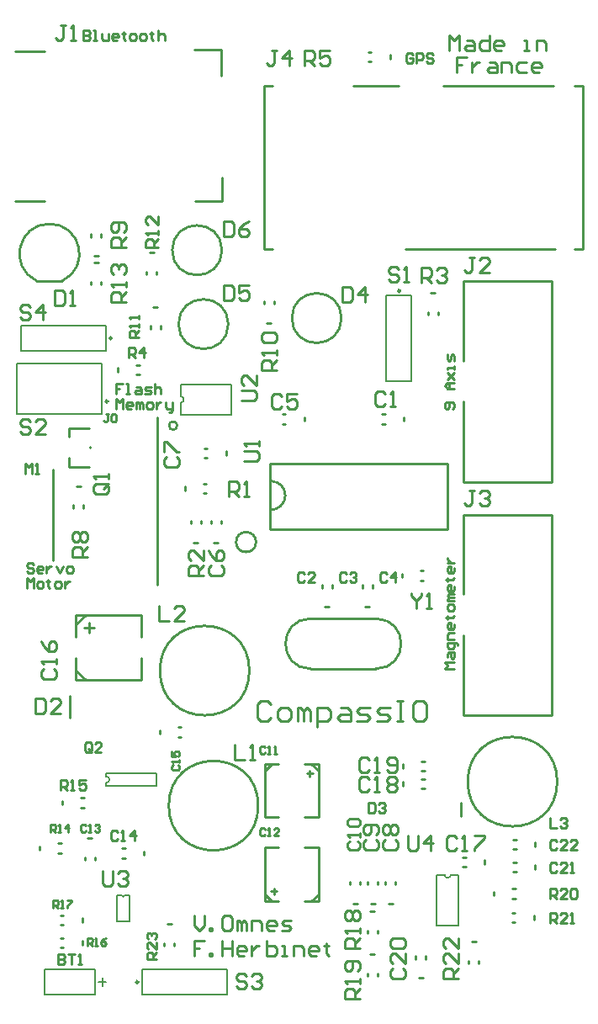
<source format=gto>
%FSLAX44Y44*%
%MOMM*%
G71*
G01*
G75*
%ADD10R,2.1590X2.7430*%
%ADD11R,3.5000X1.0000*%
%ADD12R,2.5000X1.7000*%
%ADD13R,1.6000X3.0000*%
%ADD14R,1.2500X1.2500*%
%ADD15O,0.7200X1.7800*%
%ADD16R,0.7200X1.7800*%
%ADD17R,1.2500X1.2500*%
%ADD18R,1.4500X0.4000*%
%ADD19O,1.4500X0.4000*%
%ADD20R,1.4000X1.0000*%
%ADD21R,0.6000X1.5000*%
%ADD22R,0.6000X2.0000*%
%ADD23R,0.9000X2.0000*%
%ADD24R,2.0000X0.7000*%
%ADD25R,2.0000X0.8000*%
%ADD26R,1.0000X2.0000*%
G04:AMPARAMS|DCode=27|XSize=2mm|YSize=1mm|CornerRadius=0.25mm|HoleSize=0mm|Usage=FLASHONLY|Rotation=90.000|XOffset=0mm|YOffset=0mm|HoleType=Round|Shape=RoundedRectangle|*
%AMROUNDEDRECTD27*
21,1,2.0000,0.5000,0,0,90.0*
21,1,1.5000,1.0000,0,0,90.0*
1,1,0.5000,0.2500,0.7500*
1,1,0.5000,0.2500,-0.7500*
1,1,0.5000,-0.2500,-0.7500*
1,1,0.5000,-0.2500,0.7500*
%
%ADD27ROUNDEDRECTD27*%
%ADD28R,1.5500X0.6000*%
%ADD29O,1.5500X0.6000*%
%ADD30C,0.7000*%
%ADD31C,1.0000*%
%ADD32C,1.5000*%
%ADD33C,0.3000*%
%ADD34C,0.5000*%
%ADD35C,0.4000*%
%ADD36R,1.5240X1.5240*%
%ADD37C,1.5240*%
%ADD38C,2.0000*%
%ADD39R,1.5000X1.5000*%
%ADD40C,1.5000*%
%ADD41C,1.8500*%
%ADD42R,1.8500X1.8500*%
%ADD43R,2.0000X2.0000*%
%ADD44R,2.0000X2.0000*%
%ADD45O,1.5000X0.9000*%
%ADD46R,1.5000X0.9000*%
%ADD47R,1.8500X1.8500*%
%ADD48C,0.7000*%
%ADD49C,1.0000*%
%ADD50C,1.2700*%
%ADD51C,0.2540*%
%ADD52C,0.2000*%
%ADD53C,0.2500*%
%ADD54C,0.2560*%
%ADD55C,0.1500*%
D51*
X800650Y511410D02*
G03*
X800650Y511410I-45000J0D01*
G01*
X499660Y487280D02*
G03*
X499660Y487280I-45000J0D01*
G01*
X490770Y623170D02*
G03*
X490770Y623170I-45000J0D01*
G01*
X418113Y869680D02*
G03*
X418113Y869680I-4123J0D01*
G01*
X512004Y784925D02*
G03*
X512440Y814002I436J14535D01*
G01*
X497490Y752460D02*
G03*
X497490Y752460I-10050J0D01*
G01*
X552340Y675419D02*
G03*
X552340Y625061I0J-25179D01*
G01*
X618340D02*
G03*
X618340Y675419I0J25179D01*
G01*
X302639Y1015455D02*
G03*
X276481Y1015455I-13079J27165D01*
G01*
X463150Y1046180D02*
G03*
X463150Y1046180I-25000J0D01*
G01*
X469500Y971850D02*
G03*
X469500Y971850I-25000J0D01*
G01*
X583500Y977900D02*
G03*
X583500Y977900I-25000J0D01*
G01*
X310390Y575740D02*
Y597740D01*
X315850Y613430D02*
X381850D01*
X315850D02*
Y635430D01*
X381850Y613430D02*
Y635430D01*
X315850Y657430D02*
Y679430D01*
X381850Y657430D02*
Y679430D01*
X315850D02*
X381850D01*
X315850Y666430D02*
Y668430D01*
Y669430D01*
X325850Y679430D01*
X315850Y623430D02*
X325850Y613430D01*
X704070Y476870D02*
Y489870D01*
X705870Y779980D02*
X794870D01*
X705870Y577980D02*
X794870D01*
Y779980D01*
X705870Y699980D02*
Y779980D01*
Y578980D02*
Y658980D01*
X705870Y1014930D02*
X794870D01*
X705870Y812930D02*
X794870D01*
Y1014930D01*
X705870Y934930D02*
Y1014930D01*
Y813930D02*
Y893930D01*
X512400Y401240D02*
X518400D01*
X515400Y398240D02*
Y404240D01*
X553400Y391240D02*
X560400Y398240D01*
X506400Y398240D02*
X513400Y391240D01*
X560400D02*
Y445240D01*
X506400Y391240D02*
Y445240D01*
Y391240D02*
X520400D01*
X546400D02*
X560400D01*
X546400Y445240D02*
X560400D01*
X506400D02*
X520400D01*
X548400Y519510D02*
X554400D01*
X551400Y516510D02*
Y522510D01*
X506400Y522510D02*
X513400Y529510D01*
X553400Y529510D02*
X560400Y522510D01*
X506400Y475510D02*
Y529510D01*
X560400Y475510D02*
Y529510D01*
X546400D02*
X560400D01*
X506400D02*
X520400D01*
X506400Y475510D02*
X520400D01*
X546400D02*
X560400D01*
X293050Y734380D02*
Y825380D01*
X326700Y867200D02*
X329200D01*
X330200Y847200D02*
Y848200D01*
X326700Y828200D02*
X329200D01*
X309200Y867200D02*
X311700D01*
X309200Y858200D02*
Y867200D01*
Y828200D02*
Y837200D01*
Y828200D02*
X311700D01*
Y867200D02*
X326700D01*
X311700Y828200D02*
X326700D01*
X511940Y765460D02*
Y831460D01*
X689940D01*
Y765460D02*
Y831460D01*
X511940Y765460D02*
X689940D01*
X552340Y675419D02*
X618161D01*
X552340Y625061D02*
X618340D01*
X398460Y709250D02*
Y878250D01*
X276481Y1015455D02*
X302639D01*
X255370Y1246630D02*
X284370D01*
X255370Y1095630D02*
X284370D01*
X435370Y1247630D02*
X462370D01*
X436370Y1095630D02*
X462370D01*
Y1221630D02*
Y1247630D01*
X463370Y1095630D02*
Y1119630D01*
X462370Y1095630D02*
X463370D01*
X818240Y1211480D02*
X826240D01*
X686240D02*
X797240D01*
X595240D02*
X641240D01*
X505240D02*
X514240D01*
X648240Y1047480D02*
X798240D01*
X818240D02*
X826240D01*
X505240D02*
X514240D01*
X826240D02*
Y1211480D01*
X505240Y1047480D02*
Y1211480D01*
X793750Y474817D02*
Y464820D01*
X800415D01*
X803747Y473151D02*
X805413Y474817D01*
X808745D01*
X810411Y473151D01*
Y471484D01*
X808745Y469818D01*
X807079D01*
X808745D01*
X810411Y468152D01*
Y466486D01*
X808745Y464820D01*
X805413D01*
X803747Y466486D01*
X476250Y548635D02*
Y533400D01*
X486407D01*
X491485D02*
X496563D01*
X494024D01*
Y548635D01*
X491485Y546096D01*
X275590Y595625D02*
Y580390D01*
X283207D01*
X285747Y582929D01*
Y593086D01*
X283207Y595625D01*
X275590D01*
X300982Y580390D02*
X290825D01*
X300982Y590547D01*
Y593086D01*
X298443Y595625D01*
X293364D01*
X290825Y593086D01*
X284103Y624964D02*
X281564Y622425D01*
Y617346D01*
X284103Y614807D01*
X294260D01*
X296799Y617346D01*
Y622425D01*
X294260Y624964D01*
X296799Y630042D02*
Y635120D01*
Y632581D01*
X281564D01*
X284103Y630042D01*
X281564Y652895D02*
X284103Y647816D01*
X289181Y642738D01*
X294260D01*
X296799Y645277D01*
Y650356D01*
X294260Y652895D01*
X291721D01*
X289181Y650356D01*
Y642738D01*
X329232Y661430D02*
Y671587D01*
X324154Y666508D02*
X334311D01*
X610870Y490057D02*
Y480060D01*
X615868D01*
X617534Y481726D01*
Y488391D01*
X615868Y490057D01*
X610870D01*
X620867Y488391D02*
X622533Y490057D01*
X625865D01*
X627531Y488391D01*
Y486725D01*
X625865Y485058D01*
X624199D01*
X625865D01*
X627531Y483392D01*
Y481726D01*
X625865Y480060D01*
X622533D01*
X620867Y481726D01*
X717420Y804032D02*
X712341D01*
X714881D01*
Y791336D01*
X712341Y788797D01*
X709802D01*
X707263Y791336D01*
X722498Y801493D02*
X725037Y804032D01*
X730116D01*
X732655Y801493D01*
Y798954D01*
X730116Y796414D01*
X727576D01*
X730116D01*
X732655Y793875D01*
Y791336D01*
X730116Y788797D01*
X725037D01*
X722498Y791336D01*
X717420Y1038982D02*
X712341D01*
X714881D01*
Y1026286D01*
X712341Y1023747D01*
X709802D01*
X707263Y1026286D01*
X732655Y1023747D02*
X722498D01*
X732655Y1033904D01*
Y1036443D01*
X730116Y1038982D01*
X725037D01*
X722498Y1036443D01*
X298450Y337657D02*
Y327660D01*
X303448D01*
X305114Y329326D01*
Y330992D01*
X303448Y332658D01*
X298450D01*
X303448D01*
X305114Y334324D01*
Y335991D01*
X303448Y337657D01*
X298450D01*
X308447D02*
X315111D01*
X311779D01*
Y327660D01*
X318444D02*
X321776D01*
X320110D01*
Y337657D01*
X318444Y335991D01*
X627377Y901696D02*
X624837Y904235D01*
X619759D01*
X617220Y901696D01*
Y891539D01*
X619759Y889000D01*
X624837D01*
X627377Y891539D01*
X632455Y889000D02*
X637533D01*
X634994D01*
Y904235D01*
X632455Y901696D01*
X546414Y720801D02*
X544748Y722467D01*
X541416D01*
X539750Y720801D01*
Y714136D01*
X541416Y712470D01*
X544748D01*
X546414Y714136D01*
X556411Y712470D02*
X549747D01*
X556411Y719135D01*
Y720801D01*
X554745Y722467D01*
X551413D01*
X549747Y720801D01*
X588325D02*
X586658Y722467D01*
X583326D01*
X581660Y720801D01*
Y714136D01*
X583326Y712470D01*
X586658D01*
X588325Y714136D01*
X591657Y720801D02*
X593323Y722467D01*
X596655D01*
X598321Y720801D01*
Y719135D01*
X596655Y717468D01*
X594989D01*
X596655D01*
X598321Y715802D01*
Y714136D01*
X596655Y712470D01*
X593323D01*
X591657Y714136D01*
X628965Y720801D02*
X627298Y722467D01*
X623966D01*
X622300Y720801D01*
Y714136D01*
X623966Y712470D01*
X627298D01*
X628965Y714136D01*
X637295Y712470D02*
Y722467D01*
X632297Y717468D01*
X638961D01*
X523237Y899156D02*
X520698Y901695D01*
X515619D01*
X513080Y899156D01*
Y888999D01*
X515619Y886460D01*
X520698D01*
X523237Y888999D01*
X538472Y901695D02*
X528315D01*
Y894078D01*
X533393Y896617D01*
X535933D01*
X538472Y894078D01*
Y888999D01*
X535933Y886460D01*
X530854D01*
X528315Y888999D01*
X452124Y728977D02*
X449585Y726438D01*
Y721359D01*
X452124Y718820D01*
X462281D01*
X464820Y721359D01*
Y726438D01*
X462281Y728977D01*
X449585Y744212D02*
X452124Y739133D01*
X457202Y734055D01*
X462281D01*
X464820Y736594D01*
Y741673D01*
X462281Y744212D01*
X459742D01*
X457202Y741673D01*
Y734055D01*
X407674Y838197D02*
X405135Y835658D01*
Y830579D01*
X407674Y828040D01*
X417831D01*
X420370Y830579D01*
Y835658D01*
X417831Y838197D01*
X405135Y843275D02*
Y853432D01*
X407674D01*
X417831Y843275D01*
X420370D01*
X627384Y453387D02*
X624845Y450848D01*
Y445769D01*
X627384Y443230D01*
X637541D01*
X640080Y445769D01*
Y450848D01*
X637541Y453387D01*
X627384Y458465D02*
X624845Y461004D01*
Y466083D01*
X627384Y468622D01*
X629923D01*
X632463Y466083D01*
X635002Y468622D01*
X637541D01*
X640080Y466083D01*
Y461004D01*
X637541Y458465D01*
X635002D01*
X632463Y461004D01*
X629923Y458465D01*
X627384D01*
X632463Y461004D02*
Y466083D01*
X608334Y453387D02*
X605795Y450848D01*
Y445769D01*
X608334Y443230D01*
X618491D01*
X621030Y445769D01*
Y450848D01*
X618491Y453387D01*
Y458465D02*
X621030Y461004D01*
Y466083D01*
X618491Y468622D01*
X608334D01*
X605795Y466083D01*
Y461004D01*
X608334Y458465D01*
X610873D01*
X613413Y461004D01*
Y468622D01*
X591567Y451561D02*
X589484Y449478D01*
Y445313D01*
X591567Y443230D01*
X599897D01*
X601980Y445313D01*
Y449478D01*
X599897Y451561D01*
X601980Y455726D02*
Y459891D01*
Y457809D01*
X589484D01*
X591567Y455726D01*
Y466139D02*
X589484Y468222D01*
Y472387D01*
X591567Y474470D01*
X599897D01*
X601980Y472387D01*
Y468222D01*
X599897Y466139D01*
X591567D01*
X506648Y545998D02*
X505399Y547248D01*
X502900D01*
X501650Y545998D01*
Y541000D01*
X502900Y539750D01*
X505399D01*
X506648Y541000D01*
X509148Y539750D02*
X511647D01*
X510397D01*
Y547248D01*
X509148Y545998D01*
X515396Y539750D02*
X517895D01*
X516645D01*
Y547248D01*
X515396Y545998D01*
X506648Y463448D02*
X505399Y464698D01*
X502900D01*
X501650Y463448D01*
Y458450D01*
X502900Y457200D01*
X505399D01*
X506648Y458450D01*
X509148Y457200D02*
X511647D01*
X510397D01*
Y464698D01*
X509148Y463448D01*
X520394Y457200D02*
X515396D01*
X520394Y462198D01*
Y463448D01*
X519144Y464698D01*
X516645D01*
X515396Y463448D01*
X326308Y467258D02*
X325059Y468508D01*
X322560D01*
X321310Y467258D01*
Y462260D01*
X322560Y461010D01*
X325059D01*
X326308Y462260D01*
X328808Y461010D02*
X331307D01*
X330057D01*
Y468508D01*
X328808Y467258D01*
X335056D02*
X336305Y468508D01*
X338804D01*
X340054Y467258D01*
Y466008D01*
X338804Y464759D01*
X337555D01*
X338804D01*
X340054Y463509D01*
Y462260D01*
X338804Y461010D01*
X336305D01*
X335056Y462260D01*
X358455Y460451D02*
X356788Y462117D01*
X353456D01*
X351790Y460451D01*
Y453786D01*
X353456Y452120D01*
X356788D01*
X358455Y453786D01*
X361787Y452120D02*
X365119D01*
X363453D01*
Y462117D01*
X361787Y460451D01*
X375116Y452120D02*
Y462117D01*
X370117Y457118D01*
X376782D01*
X414122Y528238D02*
X412872Y526989D01*
Y524490D01*
X414122Y523240D01*
X419120D01*
X420370Y524490D01*
Y526989D01*
X419120Y528238D01*
X420370Y530738D02*
Y533237D01*
Y531987D01*
X412872D01*
X414122Y530738D01*
X412872Y541984D02*
Y536986D01*
X416621D01*
X415372Y539485D01*
Y540734D01*
X416621Y541984D01*
X419120D01*
X420370Y540734D01*
Y538235D01*
X419120Y536986D01*
X699767Y454656D02*
X697227Y457195D01*
X692149D01*
X689610Y454656D01*
Y444499D01*
X692149Y441960D01*
X697227D01*
X699767Y444499D01*
X704845Y441960D02*
X709923D01*
X707384D01*
Y457195D01*
X704845Y454656D01*
X717541Y457195D02*
X727698D01*
Y454656D01*
X717541Y444499D01*
Y441960D01*
X611667Y514346D02*
X609128Y516885D01*
X604049D01*
X601510Y514346D01*
Y504189D01*
X604049Y501650D01*
X609128D01*
X611667Y504189D01*
X616745Y501650D02*
X621823D01*
X619284D01*
Y516885D01*
X616745Y514346D01*
X629441D02*
X631980Y516885D01*
X637058D01*
X639598Y514346D01*
Y511807D01*
X637058Y509268D01*
X639598Y506728D01*
Y504189D01*
X637058Y501650D01*
X631980D01*
X629441Y504189D01*
Y506728D01*
X631980Y509268D01*
X629441Y511807D01*
Y514346D01*
X631980Y509268D02*
X637058D01*
X611667Y533396D02*
X609128Y535935D01*
X604049D01*
X601510Y533396D01*
Y523239D01*
X604049Y520700D01*
X609128D01*
X611667Y523239D01*
X616745Y520700D02*
X621823D01*
X619284D01*
Y535935D01*
X616745Y533396D01*
X629441Y523239D02*
X631980Y520700D01*
X637058D01*
X639598Y523239D01*
Y533396D01*
X637058Y535935D01*
X631980D01*
X629441Y533396D01*
Y530857D01*
X631980Y528317D01*
X639598D01*
X635474Y323847D02*
X632935Y321307D01*
Y316229D01*
X635474Y313690D01*
X645631D01*
X648170Y316229D01*
Y321307D01*
X645631Y323847D01*
X648170Y339082D02*
Y328925D01*
X638013Y339082D01*
X635474D01*
X632935Y336543D01*
Y331464D01*
X635474Y328925D01*
Y344160D02*
X632935Y346699D01*
Y351778D01*
X635474Y354317D01*
X645631D01*
X648170Y351778D01*
Y346699D01*
X645631Y344160D01*
X635474D01*
X800415Y428701D02*
X798748Y430367D01*
X795416D01*
X793750Y428701D01*
Y422036D01*
X795416Y420370D01*
X798748D01*
X800415Y422036D01*
X810411Y420370D02*
X803747D01*
X810411Y427034D01*
Y428701D01*
X808745Y430367D01*
X805413D01*
X803747Y428701D01*
X813744Y420370D02*
X817076D01*
X815410D01*
Y430367D01*
X813744Y428701D01*
X800415Y451561D02*
X798748Y453227D01*
X795416D01*
X793750Y451561D01*
Y444896D01*
X795416Y443230D01*
X798748D01*
X800415Y444896D01*
X810411Y443230D02*
X803747D01*
X810411Y449894D01*
Y451561D01*
X808745Y453227D01*
X805413D01*
X803747Y451561D01*
X820408Y443230D02*
X813744D01*
X820408Y449894D01*
Y451561D01*
X818742Y453227D01*
X815410D01*
X813744Y451561D01*
X294640Y1005835D02*
Y990600D01*
X302257D01*
X304797Y993139D01*
Y1003296D01*
X302257Y1005835D01*
X294640D01*
X309875Y990600D02*
X314953D01*
X312414D01*
Y1005835D01*
X309875Y1003296D01*
X584200Y1009645D02*
Y994410D01*
X591818D01*
X594357Y996949D01*
Y1007106D01*
X591818Y1009645D01*
X584200D01*
X607053Y994410D02*
Y1009645D01*
X599435Y1002028D01*
X609592D01*
X464820Y1010915D02*
Y995680D01*
X472438D01*
X474977Y998219D01*
Y1008376D01*
X472438Y1010915D01*
X464820D01*
X490212D02*
X480055D01*
Y1003298D01*
X485133Y1005837D01*
X487673D01*
X490212Y1003298D01*
Y998219D01*
X487673Y995680D01*
X482594D01*
X480055Y998219D01*
X464820Y1075685D02*
Y1060450D01*
X472438D01*
X474977Y1062989D01*
Y1073146D01*
X472438Y1075685D01*
X464820D01*
X490212D02*
X485133Y1073146D01*
X480055Y1068067D01*
Y1062989D01*
X482594Y1060450D01*
X487673D01*
X490212Y1062989D01*
Y1065528D01*
X487673Y1068067D01*
X480055D01*
X349168Y881258D02*
X346669D01*
X347919D01*
Y875010D01*
X346669Y873760D01*
X345420D01*
X344170Y875010D01*
X351668Y880008D02*
X352917Y881258D01*
X355416D01*
X356666Y880008D01*
Y875010D01*
X355416Y873760D01*
X352917D01*
X351668Y875010D01*
Y880008D01*
X306067Y1272535D02*
X300988D01*
X303528D01*
Y1259839D01*
X300988Y1257300D01*
X298449D01*
X295910Y1259839D01*
X311145Y1257300D02*
X316223D01*
X313684D01*
Y1272535D01*
X311145Y1269996D01*
X400050Y688335D02*
Y673100D01*
X410207D01*
X425442D02*
X415285D01*
X425442Y683257D01*
Y685796D01*
X422903Y688335D01*
X417824D01*
X415285Y685796D01*
X265430Y821690D02*
Y831687D01*
X268762Y828354D01*
X272094Y831687D01*
Y821690D01*
X275427D02*
X278759D01*
X277093D01*
Y831687D01*
X275427Y830021D01*
X346711Y811527D02*
X336554D01*
X334015Y808988D01*
Y803909D01*
X336554Y801370D01*
X346711D01*
X349250Y803909D01*
Y808988D01*
X344172Y806448D02*
X349250Y811527D01*
Y808988D02*
X346711Y811527D01*
X349250Y816605D02*
Y821683D01*
Y819144D01*
X334015D01*
X336554Y816605D01*
X331785Y542686D02*
Y549351D01*
X330118Y551017D01*
X326786D01*
X325120Y549351D01*
Y542686D01*
X326786Y541020D01*
X330118D01*
X328452Y544352D02*
X331785Y541020D01*
X330118D02*
X331785Y542686D01*
X341781Y541020D02*
X335117D01*
X341781Y547685D01*
Y549351D01*
X340115Y551017D01*
X336783D01*
X335117Y549351D01*
X469900Y798830D02*
Y814065D01*
X477518D01*
X480057Y811526D01*
Y806448D01*
X477518Y803908D01*
X469900D01*
X474978D02*
X480057Y798830D01*
X485135D02*
X490213D01*
X487674D01*
Y814065D01*
X485135Y811526D01*
X444500Y718820D02*
X429265D01*
Y726438D01*
X431804Y728977D01*
X436883D01*
X439422Y726438D01*
Y718820D01*
Y723898D02*
X444500Y728977D01*
Y744212D02*
Y734055D01*
X434343Y744212D01*
X431804D01*
X429265Y741673D01*
Y736594D01*
X431804Y734055D01*
X664210Y1013460D02*
Y1028695D01*
X671827D01*
X674367Y1026156D01*
Y1021077D01*
X671827Y1018538D01*
X664210D01*
X669288D02*
X674367Y1013460D01*
X679445Y1026156D02*
X681984Y1028695D01*
X687063D01*
X689602Y1026156D01*
Y1023617D01*
X687063Y1021077D01*
X684523D01*
X687063D01*
X689602Y1018538D01*
Y1015999D01*
X687063Y1013460D01*
X681984D01*
X679445Y1015999D01*
X369570Y938530D02*
Y948527D01*
X374568D01*
X376235Y946861D01*
Y943528D01*
X374568Y941862D01*
X369570D01*
X372902D02*
X376235Y938530D01*
X384565D02*
Y948527D01*
X379567Y943528D01*
X386231D01*
X546100Y1231900D02*
Y1247135D01*
X553717D01*
X556257Y1244596D01*
Y1239518D01*
X553717Y1236978D01*
X546100D01*
X551178D02*
X556257Y1231900D01*
X571492Y1247135D02*
X561335D01*
Y1239518D01*
X566413Y1242057D01*
X568953D01*
X571492Y1239518D01*
Y1234439D01*
X568953Y1231900D01*
X563874D01*
X561335Y1234439D01*
X327660Y737870D02*
X312425D01*
Y745488D01*
X314964Y748027D01*
X320042D01*
X322582Y745488D01*
Y737870D01*
Y742948D02*
X327660Y748027D01*
X314964Y753105D02*
X312425Y755644D01*
Y760723D01*
X314964Y763262D01*
X317503D01*
X320042Y760723D01*
X322582Y763262D01*
X325121D01*
X327660Y760723D01*
Y755644D01*
X325121Y753105D01*
X322582D01*
X320042Y755644D01*
X317503Y753105D01*
X314964D01*
X320042Y755644D02*
Y760723D01*
X367030Y1049020D02*
X351795D01*
Y1056637D01*
X354334Y1059177D01*
X359412D01*
X361952Y1056637D01*
Y1049020D01*
Y1054098D02*
X367030Y1059177D01*
X364491Y1064255D02*
X367030Y1066794D01*
Y1071873D01*
X364491Y1074412D01*
X354334D01*
X351795Y1071873D01*
Y1066794D01*
X354334Y1064255D01*
X356873D01*
X359412Y1066794D01*
Y1074412D01*
X518160Y925740D02*
X502925D01*
Y933357D01*
X505464Y935897D01*
X510542D01*
X513082Y933357D01*
Y925740D01*
Y930818D02*
X518160Y935897D01*
Y940975D02*
Y946053D01*
Y943514D01*
X502925D01*
X505464Y940975D01*
Y953671D02*
X502925Y956210D01*
Y961289D01*
X505464Y963828D01*
X515621D01*
X518160Y961289D01*
Y956210D01*
X515621Y953671D01*
X505464D01*
X379730Y958850D02*
X369733D01*
Y963848D01*
X371399Y965515D01*
X374732D01*
X376398Y963848D01*
Y958850D01*
Y962182D02*
X379730Y965515D01*
Y968847D02*
Y972179D01*
Y970513D01*
X369733D01*
X371399Y968847D01*
X379730Y977177D02*
Y980510D01*
Y978844D01*
X369733D01*
X371399Y977177D01*
X398780Y1049020D02*
X386284D01*
Y1055268D01*
X388367Y1057351D01*
X392532D01*
X394615Y1055268D01*
Y1049020D01*
Y1053185D02*
X398780Y1057351D01*
Y1061516D02*
Y1065681D01*
Y1063599D01*
X386284D01*
X388367Y1061516D01*
X398780Y1080260D02*
Y1071929D01*
X390449Y1080260D01*
X388367D01*
X386284Y1078177D01*
Y1074012D01*
X388367Y1071929D01*
X367030Y994410D02*
X351795D01*
Y1002028D01*
X354334Y1004567D01*
X359412D01*
X361952Y1002028D01*
Y994410D01*
Y999488D02*
X367030Y1004567D01*
Y1009645D02*
Y1014723D01*
Y1012184D01*
X351795D01*
X354334Y1009645D01*
Y1022341D02*
X351795Y1024880D01*
Y1029958D01*
X354334Y1032498D01*
X356873D01*
X359412Y1029958D01*
Y1027419D01*
Y1029958D01*
X361952Y1032498D01*
X364491D01*
X367030Y1029958D01*
Y1024880D01*
X364491Y1022341D01*
X290830Y461010D02*
Y468508D01*
X294579D01*
X295828Y467258D01*
Y464759D01*
X294579Y463509D01*
X290830D01*
X293329D02*
X295828Y461010D01*
X298328D02*
X300827D01*
X299577D01*
Y468508D01*
X298328Y467258D01*
X308324Y461010D02*
Y468508D01*
X304576Y464759D01*
X309574D01*
X300990Y502920D02*
Y512917D01*
X305988D01*
X307654Y511251D01*
Y507918D01*
X305988Y506252D01*
X300990D01*
X304322D02*
X307654Y502920D01*
X310987D02*
X314319D01*
X312653D01*
Y512917D01*
X310987Y511251D01*
X325982Y512917D02*
X319317D01*
Y507918D01*
X322650Y509585D01*
X324316D01*
X325982Y507918D01*
Y504586D01*
X324316Y502920D01*
X320984D01*
X319317Y504586D01*
X327660Y346710D02*
Y354208D01*
X331409D01*
X332658Y352958D01*
Y350459D01*
X331409Y349209D01*
X327660D01*
X330159D02*
X332658Y346710D01*
X335158D02*
X337657D01*
X336407D01*
Y354208D01*
X335158Y352958D01*
X346404Y354208D02*
X343905Y352958D01*
X341406Y350459D01*
Y347960D01*
X342655Y346710D01*
X345154D01*
X346404Y347960D01*
Y349209D01*
X345154Y350459D01*
X341406D01*
X293370Y384810D02*
Y392308D01*
X297119D01*
X298368Y391058D01*
Y388559D01*
X297119Y387309D01*
X293370D01*
X295869D02*
X298368Y384810D01*
X300868D02*
X303367D01*
X302117D01*
Y392308D01*
X300868Y391058D01*
X307116Y392308D02*
X312114D01*
Y391058D01*
X307116Y386060D01*
Y384810D01*
X601980Y344170D02*
X586745D01*
Y351787D01*
X589284Y354327D01*
X594362D01*
X596902Y351787D01*
Y344170D01*
Y349248D02*
X601980Y354327D01*
Y359405D02*
Y364483D01*
Y361944D01*
X586745D01*
X589284Y359405D01*
Y372101D02*
X586745Y374640D01*
Y379719D01*
X589284Y382258D01*
X591823D01*
X594362Y379719D01*
X596902Y382258D01*
X599441D01*
X601980Y379719D01*
Y374640D01*
X599441Y372101D01*
X596902D01*
X594362Y374640D01*
X591823Y372101D01*
X589284D01*
X594362Y374640D02*
Y379719D01*
X601980Y293370D02*
X586745D01*
Y300987D01*
X589284Y303527D01*
X594362D01*
X596902Y300987D01*
Y293370D01*
Y298448D02*
X601980Y303527D01*
Y308605D02*
Y313683D01*
Y311144D01*
X586745D01*
X589284Y308605D01*
X599441Y321301D02*
X601980Y323840D01*
Y328918D01*
X599441Y331458D01*
X589284D01*
X586745Y328918D01*
Y323840D01*
X589284Y321301D01*
X591823D01*
X594362Y323840D01*
Y331458D01*
X793750Y393700D02*
Y403697D01*
X798748D01*
X800415Y402031D01*
Y398698D01*
X798748Y397032D01*
X793750D01*
X797082D02*
X800415Y393700D01*
X810411D02*
X803747D01*
X810411Y400364D01*
Y402031D01*
X808745Y403697D01*
X805413D01*
X803747Y402031D01*
X813744D02*
X815410Y403697D01*
X818742D01*
X820408Y402031D01*
Y395366D01*
X818742Y393700D01*
X815410D01*
X813744Y395366D01*
Y402031D01*
X793750Y369570D02*
Y379567D01*
X798748D01*
X800415Y377901D01*
Y374568D01*
X798748Y372902D01*
X793750D01*
X797082D02*
X800415Y369570D01*
X810411D02*
X803747D01*
X810411Y376235D01*
Y377901D01*
X808745Y379567D01*
X805413D01*
X803747Y377901D01*
X813744Y369570D02*
X817076D01*
X815410D01*
Y379567D01*
X813744Y377901D01*
X701510Y313690D02*
X686275D01*
Y321307D01*
X688814Y323847D01*
X693893D01*
X696432Y321307D01*
Y313690D01*
Y318768D02*
X701510Y323847D01*
Y339082D02*
Y328925D01*
X691353Y339082D01*
X688814D01*
X686275Y336543D01*
Y331464D01*
X688814Y328925D01*
X701510Y354317D02*
Y344160D01*
X691353Y354317D01*
X688814D01*
X686275Y351778D01*
Y346699D01*
X688814Y344160D01*
X397510Y332740D02*
X387513D01*
Y337738D01*
X389179Y339404D01*
X392512D01*
X394178Y337738D01*
Y332740D01*
Y336072D02*
X397510Y339404D01*
Y349401D02*
Y342737D01*
X390845Y349401D01*
X389179D01*
X387513Y347735D01*
Y344403D01*
X389179Y342737D01*
Y352734D02*
X387513Y354400D01*
Y357732D01*
X389179Y359398D01*
X390845D01*
X392512Y357732D01*
Y356066D01*
Y357732D01*
X394178Y359398D01*
X395844D01*
X397510Y357732D01*
Y354400D01*
X395844Y352734D01*
X641347Y1027426D02*
X638807Y1029965D01*
X633729D01*
X631190Y1027426D01*
Y1024887D01*
X633729Y1022347D01*
X638807D01*
X641347Y1019808D01*
Y1017269D01*
X638807Y1014730D01*
X633729D01*
X631190Y1017269D01*
X646425Y1014730D02*
X651503D01*
X648964D01*
Y1029965D01*
X646425Y1027426D01*
X270507Y873756D02*
X267967Y876295D01*
X262889D01*
X260350Y873756D01*
Y871217D01*
X262889Y868678D01*
X267967D01*
X270507Y866138D01*
Y863599D01*
X267967Y861060D01*
X262889D01*
X260350Y863599D01*
X285742Y861060D02*
X275585D01*
X285742Y871217D01*
Y873756D01*
X283203Y876295D01*
X278124D01*
X275585Y873756D01*
X487677Y316226D02*
X485137Y318765D01*
X480059D01*
X477520Y316226D01*
Y313687D01*
X480059Y311147D01*
X485137D01*
X487677Y308608D01*
Y306069D01*
X485137Y303530D01*
X480059D01*
X477520Y306069D01*
X492755Y316226D02*
X495294Y318765D01*
X500373D01*
X502912Y316226D01*
Y313687D01*
X500373Y311147D01*
X497833D01*
X500373D01*
X502912Y308608D01*
Y306069D01*
X500373Y303530D01*
X495294D01*
X492755Y306069D01*
X270507Y989326D02*
X267967Y991865D01*
X262889D01*
X260350Y989326D01*
Y986787D01*
X262889Y984248D01*
X267967D01*
X270507Y981708D01*
Y979169D01*
X267967Y976630D01*
X262889D01*
X260350Y979169D01*
X283203Y976630D02*
Y991865D01*
X275585Y984248D01*
X285742D01*
X485145Y834390D02*
X497841D01*
X500380Y836929D01*
Y842008D01*
X497841Y844547D01*
X485145D01*
X500380Y849625D02*
Y854703D01*
Y852164D01*
X485145D01*
X487684Y849625D01*
X482605Y895350D02*
X495301D01*
X497840Y897889D01*
Y902968D01*
X495301Y905507D01*
X482605D01*
X497840Y920742D02*
Y910585D01*
X487683Y920742D01*
X485144D01*
X482605Y918203D01*
Y913124D01*
X485144Y910585D01*
X342900Y421635D02*
Y408939D01*
X345439Y406400D01*
X350518D01*
X353057Y408939D01*
Y421635D01*
X358135Y419096D02*
X360674Y421635D01*
X365753D01*
X368292Y419096D01*
Y416557D01*
X365753Y414017D01*
X363213D01*
X365753D01*
X368292Y411478D01*
Y408939D01*
X365753Y406400D01*
X360674D01*
X358135Y408939D01*
X650240Y457195D02*
Y444499D01*
X652779Y441960D01*
X657858D01*
X660397Y444499D01*
Y457195D01*
X673093Y441960D02*
Y457195D01*
X665475Y449577D01*
X675632D01*
X654050Y701035D02*
Y698496D01*
X659128Y693418D01*
X664207Y698496D01*
Y701035D01*
X659128Y693418D02*
Y685800D01*
X669285D02*
X674363D01*
X671824D01*
Y701035D01*
X669285Y698496D01*
X518157Y1247135D02*
X513078D01*
X515617D01*
Y1234439D01*
X513078Y1231900D01*
X510539D01*
X508000Y1234439D01*
X530853Y1231900D02*
Y1247135D01*
X523235Y1239518D01*
X533392D01*
X512439Y589431D02*
X509107Y592764D01*
X502442D01*
X499110Y589431D01*
Y576102D01*
X502442Y572770D01*
X509107D01*
X512439Y576102D01*
X522436Y572770D02*
X529100D01*
X532433Y576102D01*
Y582767D01*
X529100Y586099D01*
X522436D01*
X519104Y582767D01*
Y576102D01*
X522436Y572770D01*
X539097D02*
Y586099D01*
X542429D01*
X545762Y582767D01*
Y572770D01*
Y582767D01*
X549094Y586099D01*
X552426Y582767D01*
Y572770D01*
X559091Y566105D02*
Y586099D01*
X569087D01*
X572420Y582767D01*
Y576102D01*
X569087Y572770D01*
X559091D01*
X582416Y586099D02*
X589081D01*
X592413Y582767D01*
Y572770D01*
X582416D01*
X579084Y576102D01*
X582416Y579435D01*
X592413D01*
X599078Y572770D02*
X609075D01*
X612407Y576102D01*
X609075Y579435D01*
X602410D01*
X599078Y582767D01*
X602410Y586099D01*
X612407D01*
X619071Y572770D02*
X629068D01*
X632400Y576102D01*
X629068Y579435D01*
X622404D01*
X619071Y582767D01*
X622404Y586099D01*
X632400D01*
X639065Y592764D02*
X645729D01*
X642397D01*
Y572770D01*
X639065D01*
X645729D01*
X665723Y592764D02*
X659058D01*
X655726Y589431D01*
Y576102D01*
X659058Y572770D01*
X665723D01*
X669055Y576102D01*
Y589431D01*
X665723Y592764D01*
X435610Y376945D02*
Y366948D01*
X440608Y361950D01*
X445607Y366948D01*
Y376945D01*
X450605Y361950D02*
Y364449D01*
X453104D01*
Y361950D01*
X450605D01*
X470599Y376945D02*
X465600D01*
X463101Y374446D01*
Y364449D01*
X465600Y361950D01*
X470599D01*
X473098Y364449D01*
Y374446D01*
X470599Y376945D01*
X478096Y361950D02*
Y371947D01*
X480595D01*
X483095Y369448D01*
Y361950D01*
Y369448D01*
X485594Y371947D01*
X488093Y369448D01*
Y361950D01*
X493091D02*
Y371947D01*
X500589D01*
X503088Y369448D01*
Y361950D01*
X515584D02*
X510586D01*
X508087Y364449D01*
Y369448D01*
X510586Y371947D01*
X515584D01*
X518083Y369448D01*
Y366948D01*
X508087D01*
X523082Y361950D02*
X530579D01*
X533078Y364449D01*
X530579Y366948D01*
X525581D01*
X523082Y369448D01*
X525581Y371947D01*
X533078D01*
X445607Y351545D02*
X435610D01*
Y344048D01*
X440608D01*
X435610D01*
Y336550D01*
X450605D02*
Y339049D01*
X453104D01*
Y336550D01*
X450605D01*
X463101Y351545D02*
Y336550D01*
Y344048D01*
X473098D01*
Y351545D01*
Y336550D01*
X485594D02*
X480595D01*
X478096Y339049D01*
Y344048D01*
X480595Y346547D01*
X485594D01*
X488093Y344048D01*
Y341548D01*
X478096D01*
X493091Y346547D02*
Y336550D01*
Y341548D01*
X495591Y344048D01*
X498090Y346547D01*
X500589D01*
X508087Y351545D02*
Y336550D01*
X515584D01*
X518083Y339049D01*
Y341548D01*
Y344048D01*
X515584Y346547D01*
X508087D01*
X523082Y336550D02*
X528080D01*
X525581D01*
Y346547D01*
X523082D01*
X535578Y336550D02*
Y346547D01*
X543075D01*
X545574Y344048D01*
Y336550D01*
X558070D02*
X553072D01*
X550573Y339049D01*
Y344048D01*
X553072Y346547D01*
X558070D01*
X560569Y344048D01*
Y341548D01*
X550573D01*
X568067Y349046D02*
Y346547D01*
X565568D01*
X570566D01*
X568067D01*
Y339049D01*
X570566Y336550D01*
X709767Y1240545D02*
X699770D01*
Y1233048D01*
X704768D01*
X699770D01*
Y1225550D01*
X714765Y1235547D02*
Y1225550D01*
Y1230548D01*
X717264Y1233048D01*
X719763Y1235547D01*
X722263D01*
X732260D02*
X737258D01*
X739757Y1233048D01*
Y1225550D01*
X732260D01*
X729760Y1228049D01*
X732260Y1230548D01*
X739757D01*
X744755Y1225550D02*
Y1235547D01*
X752253D01*
X754752Y1233048D01*
Y1225550D01*
X769747Y1235547D02*
X762250D01*
X759751Y1233048D01*
Y1228049D01*
X762250Y1225550D01*
X769747D01*
X782243D02*
X777245D01*
X774746Y1228049D01*
Y1233048D01*
X777245Y1235547D01*
X782243D01*
X784743Y1233048D01*
Y1230548D01*
X774746D01*
X692150Y1247140D02*
Y1262135D01*
X697148Y1257137D01*
X702147Y1262135D01*
Y1247140D01*
X709644Y1257137D02*
X714643D01*
X717142Y1254638D01*
Y1247140D01*
X709644D01*
X707145Y1249639D01*
X709644Y1252138D01*
X717142D01*
X732137Y1262135D02*
Y1247140D01*
X724640D01*
X722140Y1249639D01*
Y1254638D01*
X724640Y1257137D01*
X732137D01*
X744633Y1247140D02*
X739635D01*
X737135Y1249639D01*
Y1254638D01*
X739635Y1257137D01*
X744633D01*
X747132Y1254638D01*
Y1252138D01*
X737135D01*
X767126Y1247140D02*
X772124D01*
X769625D01*
Y1257137D01*
X767126D01*
X779622Y1247140D02*
Y1257137D01*
X787119D01*
X789618Y1254638D01*
Y1247140D01*
X323850Y1267297D02*
Y1257300D01*
X328848D01*
X330514Y1258966D01*
Y1260632D01*
X328848Y1262298D01*
X323850D01*
X328848D01*
X330514Y1263964D01*
Y1265631D01*
X328848Y1267297D01*
X323850D01*
X333847Y1257300D02*
X337179D01*
X335513D01*
Y1267297D01*
X333847D01*
X342177Y1263964D02*
Y1258966D01*
X343844Y1257300D01*
X348842D01*
Y1263964D01*
X357173Y1257300D02*
X353840D01*
X352174Y1258966D01*
Y1262298D01*
X353840Y1263964D01*
X357173D01*
X358839Y1262298D01*
Y1260632D01*
X352174D01*
X363837Y1265631D02*
Y1263964D01*
X362171D01*
X365503D01*
X363837D01*
Y1258966D01*
X365503Y1257300D01*
X372168D02*
X375500D01*
X377166Y1258966D01*
Y1262298D01*
X375500Y1263964D01*
X372168D01*
X370502Y1262298D01*
Y1258966D01*
X372168Y1257300D01*
X382164D02*
X385497D01*
X387163Y1258966D01*
Y1262298D01*
X385497Y1263964D01*
X382164D01*
X380498Y1262298D01*
Y1258966D01*
X382164Y1257300D01*
X392161Y1265631D02*
Y1263964D01*
X390495D01*
X393827D01*
X392161D01*
Y1258966D01*
X393827Y1257300D01*
X398826Y1267297D02*
Y1257300D01*
Y1262298D01*
X400492Y1263964D01*
X403824D01*
X405490Y1262298D01*
Y1257300D01*
X655635Y1242771D02*
X653968Y1244437D01*
X650636D01*
X648970Y1242771D01*
Y1236106D01*
X650636Y1234440D01*
X653968D01*
X655635Y1236106D01*
Y1239438D01*
X652302D01*
X658967Y1234440D02*
Y1244437D01*
X663965D01*
X665631Y1242771D01*
Y1239438D01*
X663965Y1237772D01*
X658967D01*
X675628Y1242771D02*
X673962Y1244437D01*
X670630D01*
X668964Y1242771D01*
Y1241105D01*
X670630Y1239438D01*
X673962D01*
X675628Y1237772D01*
Y1236106D01*
X673962Y1234440D01*
X670630D01*
X668964Y1236106D01*
X695564Y886460D02*
X697230Y888126D01*
Y891458D01*
X695564Y893124D01*
X688899D01*
X687233Y891458D01*
Y888126D01*
X688899Y886460D01*
X690565D01*
X692232Y888126D01*
Y893124D01*
X697230Y906454D02*
X690565D01*
X687233Y909786D01*
X690565Y913118D01*
X697230D01*
X692232D01*
Y906454D01*
X690565Y916450D02*
X697230Y923115D01*
X693898Y919783D01*
X690565Y923115D01*
X697230Y916450D01*
Y926447D02*
Y929779D01*
Y928113D01*
X690565D01*
Y926447D01*
X697230Y934778D02*
Y939776D01*
X695564Y941442D01*
X693898Y939776D01*
Y936444D01*
X692232Y934778D01*
X690565Y936444D01*
Y941442D01*
X697230Y624840D02*
X687233D01*
X690565Y628172D01*
X687233Y631505D01*
X697230D01*
X690565Y636503D02*
Y639835D01*
X692232Y641501D01*
X697230D01*
Y636503D01*
X695564Y634837D01*
X693898Y636503D01*
Y641501D01*
X700562Y648166D02*
Y649832D01*
X698896Y651498D01*
X690565D01*
Y646500D01*
X692232Y644834D01*
X695564D01*
X697230Y646500D01*
Y651498D01*
Y654830D02*
X690565D01*
Y659829D01*
X692232Y661495D01*
X697230D01*
Y669826D02*
Y666493D01*
X695564Y664827D01*
X692232D01*
X690565Y666493D01*
Y669826D01*
X692232Y671492D01*
X693898D01*
Y664827D01*
X688899Y676490D02*
X690565D01*
Y674824D01*
Y678156D01*
Y676490D01*
X695564D01*
X697230Y678156D01*
Y684821D02*
Y688153D01*
X695564Y689819D01*
X692232D01*
X690565Y688153D01*
Y684821D01*
X692232Y683155D01*
X695564D01*
X697230Y684821D01*
Y693151D02*
X690565D01*
Y694818D01*
X692232Y696484D01*
X697230D01*
X692232D01*
X690565Y698150D01*
X692232Y699816D01*
X697230D01*
Y708147D02*
Y704814D01*
X695564Y703148D01*
X692232D01*
X690565Y704814D01*
Y708147D01*
X692232Y709813D01*
X693898D01*
Y703148D01*
X688899Y714811D02*
X690565D01*
Y713145D01*
Y716477D01*
Y714811D01*
X695564D01*
X697230Y716477D01*
Y726474D02*
Y723142D01*
X695564Y721476D01*
X692232D01*
X690565Y723142D01*
Y726474D01*
X692232Y728140D01*
X693898D01*
Y721476D01*
X690565Y731472D02*
X697230D01*
X693898D01*
X692232Y733138D01*
X690565Y734805D01*
Y736471D01*
X273365Y729691D02*
X271698Y731357D01*
X268366D01*
X266700Y729691D01*
Y728025D01*
X268366Y726358D01*
X271698D01*
X273365Y724692D01*
Y723026D01*
X271698Y721360D01*
X268366D01*
X266700Y723026D01*
X281695Y721360D02*
X278363D01*
X276697Y723026D01*
Y726358D01*
X278363Y728025D01*
X281695D01*
X283361Y726358D01*
Y724692D01*
X276697D01*
X286694Y728025D02*
Y721360D01*
Y724692D01*
X288360Y726358D01*
X290026Y728025D01*
X291692D01*
X296690D02*
X300023Y721360D01*
X303355Y728025D01*
X308353Y721360D02*
X311686D01*
X313352Y723026D01*
Y726358D01*
X311686Y728025D01*
X308353D01*
X306687Y726358D01*
Y723026D01*
X308353Y721360D01*
X266700Y706120D02*
Y716117D01*
X270032Y712785D01*
X273365Y716117D01*
Y706120D01*
X278363D02*
X281695D01*
X283361Y707786D01*
Y711118D01*
X281695Y712785D01*
X278363D01*
X276697Y711118D01*
Y707786D01*
X278363Y706120D01*
X288360Y714451D02*
Y712785D01*
X286694D01*
X290026D01*
X288360D01*
Y707786D01*
X290026Y706120D01*
X296690D02*
X300023D01*
X301689Y707786D01*
Y711118D01*
X300023Y712785D01*
X296690D01*
X295024Y711118D01*
Y707786D01*
X296690Y706120D01*
X305021Y712785D02*
Y706120D01*
Y709452D01*
X306687Y711118D01*
X308353Y712785D01*
X310019D01*
X363535Y911697D02*
X356870D01*
Y906698D01*
X360202D01*
X356870D01*
Y901700D01*
X366867D02*
X370199D01*
X368533D01*
Y911697D01*
X366867D01*
X376864Y908364D02*
X380196D01*
X381862Y906698D01*
Y901700D01*
X376864D01*
X375197Y903366D01*
X376864Y905032D01*
X381862D01*
X385194Y901700D02*
X390193D01*
X391859Y903366D01*
X390193Y905032D01*
X386860D01*
X385194Y906698D01*
X386860Y908364D01*
X391859D01*
X395191Y911697D02*
Y901700D01*
Y906698D01*
X396857Y908364D01*
X400189D01*
X401856Y906698D01*
Y901700D01*
X356870Y886460D02*
Y896457D01*
X360202Y893124D01*
X363535Y896457D01*
Y886460D01*
X371865D02*
X368533D01*
X366867Y888126D01*
Y891458D01*
X368533Y893124D01*
X371865D01*
X373531Y891458D01*
Y889792D01*
X366867D01*
X376864Y886460D02*
Y893124D01*
X378530D01*
X380196Y891458D01*
Y886460D01*
Y891458D01*
X381862Y893124D01*
X383528Y891458D01*
Y886460D01*
X388526D02*
X391859D01*
X393525Y888126D01*
Y891458D01*
X391859Y893124D01*
X388526D01*
X386860Y891458D01*
Y888126D01*
X388526Y886460D01*
X396857Y893124D02*
Y886460D01*
Y889792D01*
X398523Y891458D01*
X400189Y893124D01*
X401856D01*
X406854D02*
Y888126D01*
X408520Y886460D01*
X413518D01*
Y884794D01*
X411852Y883128D01*
X410186D01*
X413518Y886460D02*
Y893124D01*
D52*
X346710Y510445D02*
G03*
X346710Y516795I0J3175D01*
G01*
X362005Y396950D02*
G03*
X365255Y396950I1625J0D01*
G01*
X421640Y892755D02*
G03*
X421640Y899105I0J3175D01*
G01*
X687235Y417830D02*
G03*
X693585Y417830I3175J0D01*
G01*
X346710Y507470D02*
X397510D01*
Y519770D01*
X346710D02*
X397510D01*
X346710Y516795D02*
Y519770D01*
Y507470D02*
Y510445D01*
X357230Y396950D02*
X362005D01*
X365255D02*
X370030D01*
Y370950D02*
Y396950D01*
X357230Y370950D02*
X370030D01*
X357230D02*
Y396950D01*
X284480Y297180D02*
Y322580D01*
X335280D01*
Y297180D02*
Y322580D01*
X284480Y297180D02*
X335280D01*
X382650D02*
Y322580D01*
Y297180D02*
X468250D01*
Y322580D01*
X382650D02*
X468250D01*
X421640Y880680D02*
Y892755D01*
Y899105D02*
Y910680D01*
X472440D01*
Y880680D02*
Y910680D01*
X421640Y880680D02*
X472440D01*
X256920Y881380D02*
X342520D01*
X256920D02*
Y932180D01*
X342520D01*
Y881380D02*
Y932180D01*
X346330Y944880D02*
Y970280D01*
X260730D02*
X346330D01*
X260730Y944880D02*
Y970280D01*
Y944880D02*
X346330D01*
X628650Y1000380D02*
X654050D01*
X628650Y914780D02*
Y1000380D01*
Y914780D02*
X654050D01*
Y1000380D01*
X679510Y417830D02*
X687235D01*
X693585D02*
X701310D01*
Y367030D02*
Y417830D01*
X679510Y367030D02*
X701310D01*
X679510D02*
Y417830D01*
D53*
X379090Y309870D02*
G03*
X379090Y309870I-1250J0D01*
G01*
X348480Y894040D02*
G03*
X348480Y894040I-1250J0D01*
G01*
X352390Y957590D02*
G03*
X352390Y957590I-1250J0D01*
G01*
X642590Y1005190D02*
G03*
X642590Y1005190I-1250J0D01*
G01*
D54*
X300420Y367110D02*
X303420D01*
X300420Y377110D02*
X303420D01*
X322420Y370110D02*
Y374110D01*
X300420Y344250D02*
X303420D01*
X300420Y354250D02*
X303420D01*
X322420Y347250D02*
Y351250D01*
X321420Y495220D02*
X324420D01*
X321420Y485220D02*
X324420D01*
X302420Y488220D02*
Y492220D01*
X415210Y346140D02*
Y349140D01*
X405210Y346140D02*
Y349140D01*
X408210Y368140D02*
X412210D01*
X335200Y432500D02*
Y435500D01*
X325200Y432500D02*
Y435500D01*
X328200Y454500D02*
X332200D01*
X298470Y449500D02*
X301470D01*
X298470Y439500D02*
X301470D01*
X279470Y442500D02*
Y446500D01*
X362560Y434420D02*
X365560D01*
X362560Y444420D02*
X365560D01*
X384560Y437420D02*
Y441420D01*
X419210Y566340D02*
X422210D01*
X419210Y556340D02*
X422210D01*
X400210Y559340D02*
Y563340D01*
X627930Y407780D02*
Y410780D01*
X637930Y407780D02*
Y410780D01*
X630930Y388780D02*
X634930D01*
X592370Y407780D02*
Y410780D01*
X602370Y407780D02*
Y410780D01*
X595370Y388780D02*
X599370D01*
X610150Y407780D02*
Y410780D01*
X620150Y407780D02*
Y410780D01*
X613150Y388780D02*
X617150D01*
X619680Y358840D02*
Y361840D01*
X609680Y358840D02*
Y361840D01*
X612680Y380840D02*
X616680D01*
X664320Y532050D02*
X667320D01*
X664320Y522050D02*
X667320D01*
X645320Y525050D02*
Y529050D01*
X664320Y514270D02*
X667320D01*
X664320Y504270D02*
X667320D01*
X645320Y507270D02*
Y511270D01*
X658410Y332850D02*
Y335850D01*
X668410Y332850D02*
Y335850D01*
X661410Y313850D02*
X665410D01*
X619680Y315660D02*
Y318660D01*
X609680Y315660D02*
Y318660D01*
X612680Y337660D02*
X616680D01*
X755760Y403780D02*
X758760D01*
X755760Y393780D02*
X758760D01*
X736760Y396780D02*
Y400780D01*
X756350Y443310D02*
X759350D01*
X756350Y453310D02*
X759350D01*
X778350Y446310D02*
Y450310D01*
X756350Y420450D02*
X759350D01*
X756350Y430450D02*
X759350D01*
X778350Y423450D02*
Y427450D01*
X754990Y369650D02*
X757990D01*
X754990Y379650D02*
X757990D01*
X776990Y372650D02*
Y376650D01*
X721750Y328360D02*
Y331360D01*
X711750Y328360D02*
Y331360D01*
X714750Y350360D02*
X718750D01*
X705550Y425530D02*
X708550D01*
X705550Y435530D02*
X708550D01*
X727550Y428530D02*
Y432530D01*
X323770Y786830D02*
Y789830D01*
X313770Y786830D02*
Y789830D01*
X316770Y808830D02*
X320770D01*
X563960Y706230D02*
Y709230D01*
X573960Y706230D02*
Y709230D01*
X566960Y687230D02*
X570960D01*
X604600Y706230D02*
Y709230D01*
X614600Y706230D02*
Y709230D01*
X607600Y687230D02*
X611600D01*
X445200Y837010D02*
X448200D01*
X445200Y847010D02*
X448200D01*
X467200Y840010D02*
Y844010D01*
X452200Y771000D02*
Y774000D01*
X462200Y771000D02*
Y774000D01*
X455200Y752000D02*
X459200D01*
X431880Y771000D02*
Y774000D01*
X441880Y771000D02*
Y774000D01*
X434880Y752000D02*
X438880D01*
X444610Y811450D02*
X447610D01*
X444610Y801450D02*
X447610D01*
X425610Y804450D02*
Y808450D01*
X524030Y871300D02*
X527030D01*
X524030Y881300D02*
X527030D01*
X546030Y874300D02*
Y878300D01*
X624360Y871300D02*
X627360D01*
X624360Y881300D02*
X627360D01*
X646360Y874300D02*
Y878300D01*
X663050Y723820D02*
X666050D01*
X663050Y713820D02*
X666050D01*
X644050Y716820D02*
Y720820D01*
X377300Y930830D02*
X380300D01*
X377300Y920830D02*
X380300D01*
X358300Y923830D02*
Y927830D01*
X610300Y1235790D02*
X613300D01*
X610300Y1245790D02*
X613300D01*
X632300Y1238790D02*
Y1242790D01*
X331550Y1059290D02*
Y1062290D01*
X341550Y1059290D02*
Y1062290D01*
X334550Y1040290D02*
X338550D01*
X341550Y1011620D02*
Y1014620D01*
X331550Y1011620D02*
Y1014620D01*
X334550Y1033620D02*
X338550D01*
X680640Y981140D02*
Y984140D01*
X670640Y981140D02*
Y984140D01*
X673640Y1003140D02*
X677640D01*
X397430Y1021780D02*
Y1024780D01*
X387430Y1021780D02*
Y1024780D01*
X390430Y1043780D02*
X394430D01*
X401240Y967170D02*
Y970170D01*
X391240Y967170D02*
Y970170D01*
X394240Y989170D02*
X398240D01*
X505540Y991980D02*
Y994980D01*
X515540Y991980D02*
Y994980D01*
X508540Y972980D02*
X512540D01*
D55*
X346580Y309902D02*
X338916D01*
X342748Y306070D02*
Y313734D01*
M02*

</source>
